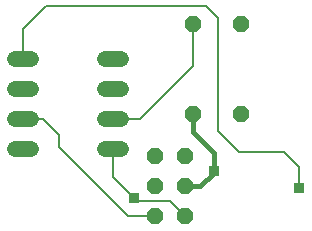
<source format=gbl>
G75*
G70*
%OFA0B0*%
%FSLAX24Y24*%
%IPPOS*%
%LPD*%
%AMOC8*
5,1,8,0,0,1.08239X$1,22.5*
%
%ADD10OC8,0.0560*%
%ADD11C,0.0520*%
%ADD12OC8,0.0520*%
%ADD13C,0.0080*%
%ADD14C,0.0160*%
%ADD15R,0.0356X0.0356*%
D10*
X005881Y004881D03*
X005881Y005881D03*
X005881Y006881D03*
X006881Y006881D03*
X006881Y005881D03*
X006881Y004881D03*
D11*
X004741Y007131D02*
X004221Y007131D01*
X004221Y008131D02*
X004741Y008131D01*
X004741Y009131D02*
X004221Y009131D01*
X004221Y010131D02*
X004741Y010131D01*
X001741Y010131D02*
X001221Y010131D01*
X001221Y009131D02*
X001741Y009131D01*
X001741Y008131D02*
X001221Y008131D01*
X001221Y007131D02*
X001741Y007131D01*
D12*
X007131Y008281D03*
X008731Y008281D03*
X008731Y011281D03*
X007131Y011281D03*
D13*
X005881Y004881D02*
X004981Y004881D01*
X002681Y007181D01*
X002681Y007581D01*
X002131Y008131D01*
X001481Y008131D01*
X001481Y010131D02*
X001481Y011131D01*
X002231Y011881D01*
X007581Y011881D01*
X007981Y011481D01*
X007981Y007731D01*
X008681Y007031D01*
X010181Y007031D01*
X010681Y006531D01*
X010681Y005831D01*
X007131Y009881D02*
X007131Y011281D01*
X007131Y009881D02*
X005381Y008131D01*
X004481Y008131D01*
X004481Y007131D02*
X004481Y006181D01*
X005181Y005481D01*
X005281Y005381D01*
X006381Y005381D01*
X006881Y004881D01*
D14*
X006881Y005881D02*
X007381Y005881D01*
X007831Y006331D01*
X007831Y006381D01*
X007831Y006531D01*
X007831Y006981D01*
X007131Y007681D01*
X007131Y008281D01*
D15*
X007831Y006381D03*
X005181Y005481D03*
X010681Y005831D03*
M02*

</source>
